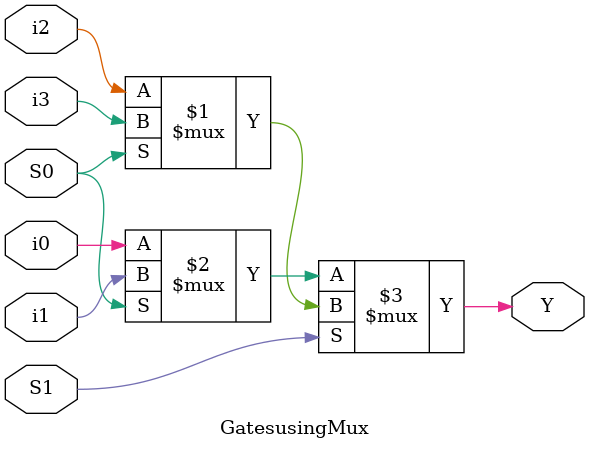
<source format=v>
`timescale 1ns / 1ps

module GatesusingMux(input i3,i2,i1,i0,S1,S0, output Y );
    assign Y = S1 ? (S0 ? i3 : i2) : (S0 ? i1 : i0);
endmodule
</source>
